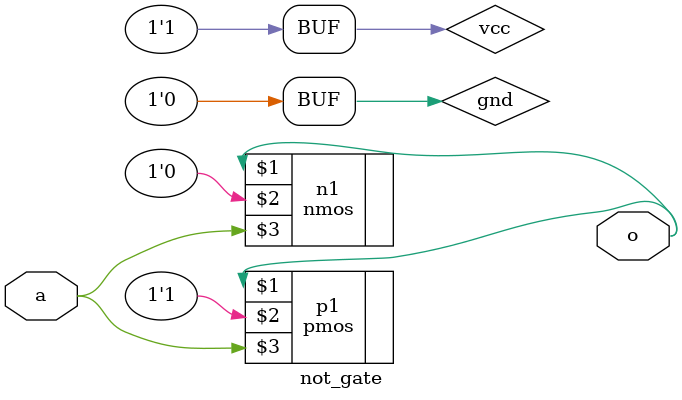
<source format=v>
module not_gate(a,o);
input a;
output o;
supply0 gnd;
supply1 vcc;
pmos p1(o,vcc,a);
nmos n1(o,gnd,a);
endmodule


</source>
